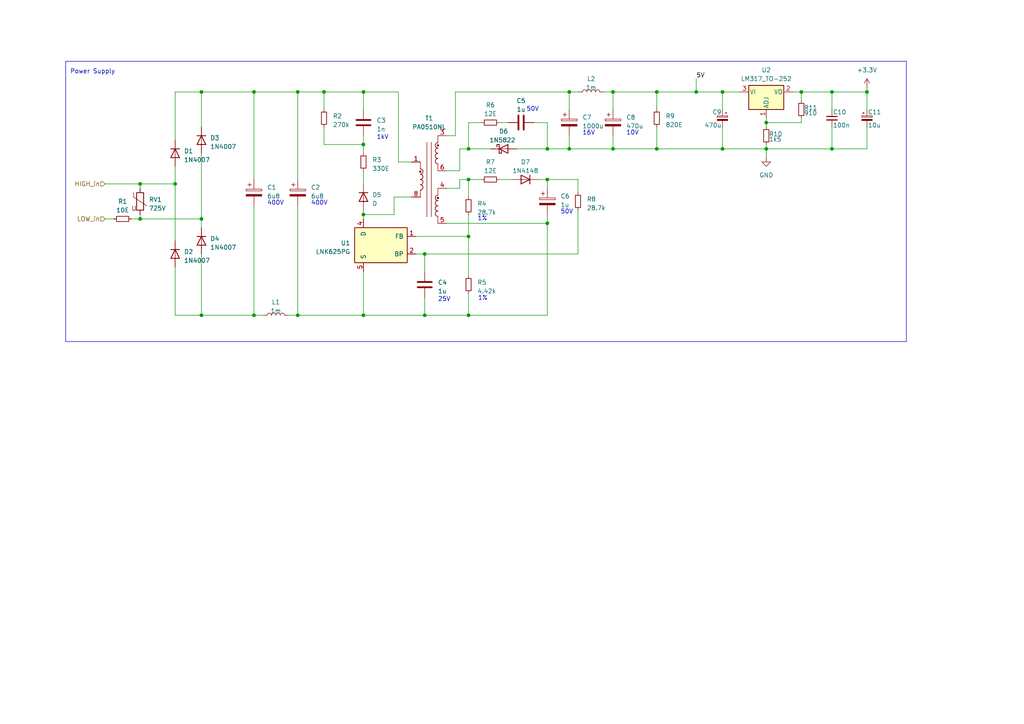
<source format=kicad_sch>
(kicad_sch (version 20230121) (generator eeschema)
  (paper "A4")
  (lib_symbols
    (symbol "Device:C" (pin_numbers hide) (pin_names (offset 0.254))
      (property "Reference" "C" (at 0.635 2.54 0))
      (property "Value" "C" (at 0.635 -2.54 0))
      (symbol "C_0_1"
        (polyline (pts (xy -2.032 -0.762) (xy 2.032 -0.762)) (stroke (width 0.508)))
        (polyline (pts (xy -2.032 0.762) (xy 2.032 0.762)) (stroke (width 0.508)))
      )
      (symbol "C_1_1"
        (pin passive line (at 0 3.81 270) (length 2.794) (name "~") (number "1"))
        (pin passive line (at 0 -3.81 90) (length 2.794) (name "~") (number "2"))
      )
    )
    (symbol "Device:C_Polarized" (pin_numbers hide) (pin_names (offset 0.254))
      (property "Reference" "C" (at 0.635 2.54 0))
      (property "Value" "C_Polarized" (at 0.635 -2.54 0))
      (symbol "C_Polarized_0_1"
        (rectangle (start -2.286 0.508) (end 2.286 1.016))
        (polyline (pts (xy -1.778 2.286) (xy -0.762 2.286)))
        (polyline (pts (xy -1.27 2.794) (xy -1.27 1.778)))
        (rectangle (start 2.286 -0.508) (end -2.286 -1.016) (fill (type outline)))
      )
      (symbol "C_Polarized_1_1"
        (pin passive line (at 0 3.81 270) (length 2.794) (name "~") (number "1"))
        (pin passive line (at 0 -3.81 90) (length 2.794) (name "~") (number "2"))
      )
    )
    (symbol "Device:D" (pin_numbers hide) (pin_names (offset 1.016) hide)
      (property "Reference" "D" (at 0 2.54 0))
      (property "Value" "D" (at 0 -2.54 0))
      (symbol "D_0_1"
        (polyline (pts (xy -1.27 1.27) (xy -1.27 -1.27)) (stroke (width 0.254)))
        (polyline (pts (xy 1.27 0) (xy -1.27 0)))
        (polyline (pts (xy 1.27 1.27) (xy 1.27 -1.27) (xy -1.27 0) (xy 1.27 1.27)) (stroke (width 0.254)))
      )
      (symbol "D_1_1"
        (pin passive line (at -3.81 0 0) (length 2.54) (name "K") (number "1"))
        (pin passive line (at 3.81 0 180) (length 2.54) (name "A") (number "2"))
      )
    )
    (symbol "Device:L" (pin_numbers hide) (pin_names (offset 1.016) hide)
      (property "Reference" "L" (at -1.27 0 90))
      (property "Value" "L" (at 1.905 0 90))
      (symbol "L_0_1"
        (arc (start 0 -2.54) (mid 0.6323 -1.905) (end 0 -1.27))
        (arc (start 0 -1.27) (mid 0.6323 -0.635) (end 0 0))
        (arc (start 0 0) (mid 0.6323 0.635) (end 0 1.27))
        (arc (start 0 1.27) (mid 0.6323 1.905) (end 0 2.54))
      )
      (symbol "L_1_1"
        (pin passive line (at 0 3.81 270) (length 1.27) (name "1") (number "1"))
        (pin passive line (at 0 -3.81 90) (length 1.27) (name "2") (number "2"))
      )
    )
    (symbol "Device:R_Small" (pin_numbers hide) (pin_names (offset 0.254) hide)
      (property "Reference" "R" (at 0.762 0.508 0))
      (property "Value" "R_Small" (at 0.762 -1.016 0))
      (symbol "R_Small_0_1"
        (rectangle (start -0.762 1.778) (end 0.762 -1.778) (stroke (width 0.2032)))
      )
      (symbol "R_Small_1_1"
        (pin passive line (at 0 2.54 270) (length 0.762) (name "~") (number "1"))
        (pin passive line (at 0 -2.54 90) (length 0.762) (name "~") (number "2"))
      )
    )
    (symbol "Device:Varistor" (pin_numbers hide) (pin_names (offset 0))
      (property "Reference" "RV" (at 3.175 0 90))
      (property "Value" "Varistor" (at -3.175 0 90))
      (symbol "Varistor_0_0"
        (text "U" (at -1.778 -2.032 0) (effects (font (size 1.27 1.27))))
      )
      (symbol "Varistor_0_1"
        (rectangle (start -1.016 -2.54) (end 1.016 2.54) (stroke (width 0.254)))
        (polyline (pts (xy -1.905 2.54) (xy -1.905 1.27) (xy 1.905 -1.27)))
      )
      (symbol "Varistor_1_1"
        (pin passive line (at 0 3.81 270) (length 1.27) (name "~") (number "1"))
        (pin passive line (at 0 -3.81 90) (length 1.27) (name "~") (number "2"))
      )
    )
    (symbol "Diode:1N4007" (pin_numbers hide) (pin_names hide)
      (property "Reference" "D" (at 0 2.54 0))
      (property "Value" "1N4007" (at 0 -2.54 0))
      (symbol "1N4007_0_1"
        (polyline (pts (xy -1.27 1.27) (xy -1.27 -1.27)) (stroke (width 0.254)))
        (polyline (pts (xy 1.27 0) (xy -1.27 0)))
        (polyline (pts (xy 1.27 1.27) (xy 1.27 -1.27) (xy -1.27 0) (xy 1.27 1.27)) (stroke (width 0.254)))
      )
      (symbol "1N4007_1_1"
        (pin passive line (at -3.81 0 0) (length 2.54) (name "K") (number "1"))
        (pin passive line (at 3.81 0 180) (length 2.54) (name "A") (number "2"))
      )
    )
    (symbol "Diode:1N4148" (pin_numbers hide) (pin_names hide)
      (property "Reference" "D" (at 0 2.54 0))
      (property "Value" "1N4148" (at 0 -2.54 0))
      (symbol "1N4148_0_1"
        (polyline (pts (xy -1.27 1.27) (xy -1.27 -1.27)) (stroke (width 0.254)))
        (polyline (pts (xy 1.27 0) (xy -1.27 0)))
        (polyline (pts (xy 1.27 1.27) (xy 1.27 -1.27) (xy -1.27 0) (xy 1.27 1.27)) (stroke (width 0.254)))
      )
      (symbol "1N4148_1_1"
        (pin passive line (at -3.81 0 0) (length 2.54) (name "K") (number "1"))
        (pin passive line (at 3.81 0 180) (length 2.54) (name "A") (number "2"))
      )
    )
    (symbol "Diode:1N5822" (pin_numbers hide) (pin_names (offset 1.016) hide)
      (property "Reference" "D" (at 0 2.54 0))
      (property "Value" "1N5822" (at 0 -2.54 0))
      (symbol "1N5822_0_1"
        (polyline (pts (xy 1.27 0) (xy -1.27 0)))
        (polyline (pts (xy 1.27 1.27) (xy 1.27 -1.27) (xy -1.27 0) (xy 1.27 1.27)) (stroke (width 0.254)))
        (polyline (pts (xy -1.905 0.635) (xy -1.905 1.27) (xy -1.27 1.27) (xy -1.27 -1.27) (xy -0.635 -1.27) (xy -0.635 -0.635)) (stroke (width 0.254)))
      )
      (symbol "1N5822_1_1"
        (pin passive line (at -3.81 0 0) (length 2.54) (name "K") (number "1"))
        (pin passive line (at 3.81 0 180) (length 2.54) (name "A") (number "2"))
      )
    )
    (symbol "Power-Analyzer-rescue:CP_Small" (pin_numbers hide) (pin_names (offset 0.254) hide)
      (property "Reference" "C" (at 0.254 1.778 0))
      (property "Value" "CP_Small" (at 0.254 -2.032 0))
      (symbol "CP_Small_0_1"
        (rectangle (start -1.524 -0.3048) (end 1.524 -0.6858) (fill (type outline)))
        (rectangle (start -1.524 0.6858) (end 1.524 0.3048))
        (polyline (pts (xy -1.27 1.524) (xy -0.762 1.524)))
        (polyline (pts (xy -1.016 1.27) (xy -1.016 1.778)))
      )
      (symbol "CP_Small_1_1"
        (pin passive line (at 0 2.54 270) (length 1.8542) (name "~") (number "1"))
        (pin passive line (at 0 -2.54 90) (length 1.8542) (name "~") (number "2"))
      )
    )
    (symbol "Power-Analyzer-rescue:C_Small" (pin_numbers hide) (pin_names (offset 0.254) hide)
      (property "Reference" "C" (at 0.254 1.778 0))
      (property "Value" "C_Small" (at 0.254 -2.032 0))
      (symbol "C_Small_0_1"
        (polyline (pts (xy -1.524 -0.508) (xy 1.524 -0.508)) (stroke (width 0.3302)))
        (polyline (pts (xy -1.524 0.508) (xy 1.524 0.508)) (stroke (width 0.3048)))
      )
      (symbol "C_Small_1_1"
        (pin passive line (at 0 2.54 270) (length 2.032) (name "~") (number "1"))
        (pin passive line (at 0 -2.54 90) (length 2.032) (name "~") (number "2"))
      )
    )
    (symbol "Power-Analyzer-rescue:R_Small" (pin_numbers hide) (pin_names (offset 0.254) hide)
      (property "Reference" "R" (at 0.762 0.508 0))
      (property "Value" "R_Small" (at 0.762 -1.016 0))
      (symbol "R_Small_0_1"
        (rectangle (start -0.762 1.778) (end 0.762 -1.778) (stroke (width 0.2032)))
      )
      (symbol "R_Small_1_1"
        (pin passive line (at 0 2.54 270) (length 0.762) (name "~") (number "1"))
        (pin passive line (at 0 -2.54 90) (length 0.762) (name "~") (number "2"))
      )
    )
    (symbol "Regulator_Linear:LM317_TO-252" (pin_names (offset 0.254))
      (property "Reference" "U" (at -3.81 3.175 0))
      (property "Value" "LM317_TO-252" (at 0 3.175 0))
      (symbol "LM317_TO-252_0_1"
        (rectangle (start -5.08 1.905) (end 5.08 -5.08) (stroke (width 0.254)) (fill (type background)))
      )
      (symbol "LM317_TO-252_1_1"
        (pin input line (at 0 -7.62 90) (length 2.54) (name "ADJ") (number "1"))
        (pin power_out line (at 7.62 0 180) (length 2.54) (name "VO") (number "2"))
        (pin power_in line (at -7.62 0 0) (length 2.54) (name "VI") (number "3"))
      )
    )
    (symbol "Regulator_Switching:LNK625PG" (pin_names (offset 1.016))
      (property "Reference" "U" (at 0 8.89 0))
      (property "Value" "LNK625PG" (at 0 6.35 0))
      (symbol "LNK625PG_0_1"
        (rectangle (start -7.62 5.08) (end 7.62 -5.08) (stroke (width 0.254)) (fill (type background)))
      )
      (symbol "LNK625PG_1_1"
        (pin input line (at 10.16 2.54 180) (length 2.54) (name "FB") (number "1"))
        (pin input line (at 10.16 -2.54 180) (length 2.54) (name "BP") (number "2"))
        (pin open_collector line (at -5.08 7.62 270) (length 2.54) (name "D") (number "4"))
        (pin power_in line (at -5.08 -7.62 90) (length 2.54) (name "S") (number "5"))
        (pin passive line (at -5.08 -7.62 90) (length 2.54) hide (name "S") (number "6"))
        (pin passive line (at -5.08 -7.62 90) (length 2.54) hide (name "S") (number "7"))
        (pin passive line (at -5.08 -7.62 90) (length 2.54) hide (name "S") (number "8"))
      )
    )
    (symbol "Transformer:PA0510NL" (pin_names hide)
      (property "Reference" "T" (at 0 13.97 0))
      (property "Value" "PA0510NL" (at 0 -13.97 0))
      (symbol "PA0510NL_0_1"
        (arc (start -2.54 -3.048) (mid -1.7813 -2.286) (end -2.54 -1.524) (stroke (width 0.2032)))
        (arc (start -2.54 -1.524) (mid -1.7813 -0.762) (end -2.54 0) (stroke (width 0.2032)))
        (arc (start -2.54 0) (mid -1.7813 0.762) (end -2.54 1.524) (stroke (width 0.2032)))
        (circle (center -2.54 2.286) (radius 0.254) (fill (type outline)))
        (polyline (pts (xy -2.54 -3.048) (xy -2.54 -5.08)))
        (polyline (pts (xy -2.54 5.08) (xy -2.54 3.048)))
        (polyline (pts (xy -0.635 10.795) (xy -0.635 -10.795)))
        (polyline (pts (xy 0.635 10.795) (xy 0.635 -10.795)))
        (polyline (pts (xy 2.54 -10.668) (xy 2.54 -12.7)))
        (polyline (pts (xy 2.54 -2.54) (xy 2.54 -4.572)))
        (polyline (pts (xy 2.54 4.572) (xy 2.54 2.54)))
        (polyline (pts (xy 2.54 12.7) (xy 2.54 10.668)))
        (arc (start 2.54 -9.144) (mid 1.7813 -9.906) (end 2.54 -10.668) (stroke (width 0.2032)))
        (arc (start 2.54 -7.62) (mid 1.7813 -8.382) (end 2.54 -9.144) (stroke (width 0.2032)))
        (arc (start 2.54 -6.096) (mid 1.7813 -6.858) (end 2.54 -7.62) (stroke (width 0.2032)))
        (circle (center 2.54 -5.334) (radius 0.254) (fill (type outline)))
        (arc (start 2.54 -4.572) (mid 1.7813 -5.334) (end 2.54 -6.096) (stroke (width 0.2032)))
        (arc (start 2.54 6.096) (mid 1.7813 5.334) (end 2.54 4.572) (stroke (width 0.2032)))
        (arc (start 2.54 7.62) (mid 1.7813 6.858) (end 2.54 6.096) (stroke (width 0.2032)))
        (arc (start 2.54 9.144) (mid 1.7813 8.382) (end 2.54 7.62) (stroke (width 0.2032)))
        (circle (center 2.54 9.906) (radius 0.254) (fill (type outline)))
        (arc (start 2.54 10.668) (mid 1.7813 9.906) (end 2.54 9.144) (stroke (width 0.2032)))
      )
      (symbol "PA0510NL_1_1"
        (arc (start -2.54 1.524) (mid -1.7813 2.286) (end -2.54 3.048) (stroke (width 0.2032)))
        (pin passive line (at -5.08 5.08 0) (length 2.54) (name "~") (number "1"))
        (pin passive line (at 5.08 12.7 180) (length 2.54) (name "~") (number "3"))
        (pin passive line (at 5.08 -2.54 180) (length 2.54) (name "~") (number "4"))
        (pin passive line (at 5.08 -12.7 180) (length 2.54) (name "~") (number "5"))
        (pin passive line (at 5.08 2.54 180) (length 2.54) (name "~") (number "6"))
        (pin passive line (at -5.08 -5.08 0) (length 2.54) (name "~") (number "8"))
      )
    )
    (symbol "power:+3.3V" (power) (pin_names (offset 0))
      (property "Value" "+3.3V" (at 0 3.556 0))
      (symbol "+3.3V_0_1"
        (polyline (pts (xy -0.762 1.27) (xy 0 2.54)))
        (polyline (pts (xy 0 0) (xy 0 2.54)))
        (polyline (pts (xy 0 2.54) (xy 0.762 1.27)))
      )
      (symbol "+3.3V_1_1"
        (pin power_in line (at 0 0 90) (length 0) hide (name "+3.3V") (number "1"))
      )
    )
    (symbol "power:GND" (power) (pin_names (offset 0))
      (property "Value" "GND" (at 0 -3.81 0))
      (symbol "GND_0_1"
        (polyline (pts (xy 0 0) (xy 0 -1.27) (xy 1.27 -1.27) (xy 0 -2.54) (xy -1.27 -1.27) (xy 0 -1.27)))
      )
      (symbol "GND_1_1"
        (pin power_in line (at 0 0 270) (length 0) hide (name "GND") (number "1"))
      )
    )
  )
  (junction (at 105.41 41.91))
  (junction (at 40.64 63.5))
  (junction (at 251.46 26.67))
  (junction (at 123.19 91.44))
  (junction (at 165.1 26.67))
  (junction (at 201.93 26.67))
  (junction (at 241.3 26.67))
  (junction (at 40.64 53.34))
  (junction (at 50.8 53.34))
  (junction (at 135.89 52.07))
  (junction (at 222.25 35.56))
  (junction (at 123.19 73.66))
  (junction (at 73.66 26.67))
  (junction (at 105.41 26.67))
  (junction (at 135.89 68.58))
  (junction (at 93.98 26.67))
  (junction (at 241.3 43.18))
  (junction (at 158.75 52.07))
  (junction (at 58.42 91.44))
  (junction (at 73.66 91.44))
  (junction (at 86.36 26.67))
  (junction (at 177.8 43.18))
  (junction (at 158.75 43.18))
  (junction (at 190.5 26.67))
  (junction (at 209.55 26.67))
  (junction (at 105.41 62.23))
  (junction (at 190.5 43.18))
  (junction (at 177.8 26.67))
  (junction (at 58.42 26.67))
  (junction (at 105.41 91.44))
  (junction (at 135.89 43.18))
  (junction (at 209.55 43.18))
  (junction (at 222.25 43.18))
  (junction (at 232.41 26.67))
  (junction (at 86.36 91.44))
  (junction (at 135.89 91.44))
  (junction (at 165.1 43.18))
  (junction (at 158.75 64.77))
  (junction (at 58.42 63.5))
  (wire (pts (xy 105.41 62.23) (xy 105.41 63.5)))
  (wire (pts (xy 232.41 26.67) (xy 241.3 26.67)))
  (wire (pts (xy 105.41 41.91) (xy 105.41 39.37)))
  (wire (pts (xy 58.42 44.45) (xy 58.42 63.5)))
  (wire (pts (xy 241.3 26.67) (xy 241.3 31.75)))
  (wire (pts (xy 209.55 26.67) (xy 214.63 26.67)))
  (wire (pts (xy 73.66 91.44) (xy 76.2 91.44)))
  (wire (pts (xy 167.64 73.66) (xy 123.19 73.66)))
  (wire (pts (xy 129.54 49.53) (xy 133.35 49.53)))
  (wire (pts (xy 129.54 39.37) (xy 132.08 39.37)))
  (wire (pts (xy 177.8 39.37) (xy 177.8 43.18)))
  (wire (pts (xy 105.41 41.91) (xy 105.41 44.45)))
  (wire (pts (xy 251.46 36.83) (xy 251.46 43.18)))
  (wire (pts (xy 165.1 43.18) (xy 158.75 43.18)))
  (wire (pts (xy 165.1 39.37) (xy 165.1 43.18)))
  (wire (pts (xy 167.64 60.96) (xy 167.64 73.66)))
  (wire (pts (xy 129.54 54.61) (xy 133.35 54.61)))
  (wire (pts (xy 123.19 78.74) (xy 123.19 73.66)))
  (wire (pts (xy 190.5 31.75) (xy 190.5 26.67)))
  (wire (pts (xy 158.75 91.44) (xy 158.75 64.77)))
  (wire (pts (xy 135.89 62.23) (xy 135.89 68.58)))
  (wire (pts (xy 139.7 52.07) (xy 135.89 52.07)))
  (polyline (pts (xy 165.1 17.78) (xy 262.89 17.78)))
  (polyline (pts (xy 19.05 99.06) (xy 19.05 62.23)))
  (wire (pts (xy 135.89 43.18) (xy 133.35 43.18)))
  (wire (pts (xy 115.57 26.67) (xy 105.41 26.67)))
  (wire (pts (xy 129.54 64.77) (xy 158.75 64.77)))
  (wire (pts (xy 50.8 91.44) (xy 58.42 91.44)))
  (wire (pts (xy 105.41 31.75) (xy 105.41 26.67)))
  (wire (pts (xy 133.35 43.18) (xy 133.35 49.53)))
  (wire (pts (xy 50.8 77.47) (xy 50.8 91.44)))
  (wire (pts (xy 251.46 25.4) (xy 251.46 26.67)))
  (wire (pts (xy 190.5 26.67) (xy 201.93 26.67)))
  (wire (pts (xy 114.3 57.15) (xy 114.3 62.23)))
  (wire (pts (xy 201.93 26.67) (xy 209.55 26.67)))
  (wire (pts (xy 40.64 63.5) (xy 58.42 63.5)))
  (wire (pts (xy 135.89 91.44) (xy 158.75 91.44)))
  (wire (pts (xy 241.3 26.67) (xy 251.46 26.67)))
  (wire (pts (xy 50.8 26.67) (xy 58.42 26.67)))
  (wire (pts (xy 222.25 35.56) (xy 222.25 36.83)))
  (wire (pts (xy 167.64 55.88) (xy 167.64 52.07)))
  (wire (pts (xy 158.75 35.56) (xy 154.94 35.56)))
  (wire (pts (xy 105.41 60.96) (xy 105.41 62.23)))
  (wire (pts (xy 201.93 22.86) (xy 201.93 26.67)))
  (wire (pts (xy 123.19 73.66) (xy 120.65 73.66)))
  (wire (pts (xy 119.38 46.99) (xy 115.57 46.99)))
  (wire (pts (xy 58.42 26.67) (xy 73.66 26.67)))
  (wire (pts (xy 177.8 43.18) (xy 165.1 43.18)))
  (wire (pts (xy 83.82 91.44) (xy 86.36 91.44)))
  (wire (pts (xy 93.98 41.91) (xy 105.41 41.91)))
  (polyline (pts (xy 262.89 99.06) (xy 19.05 99.06)))
  (wire (pts (xy 86.36 91.44) (xy 86.36 59.69)))
  (wire (pts (xy 135.89 68.58) (xy 120.65 68.58)))
  (wire (pts (xy 86.36 26.67) (xy 73.66 26.67)))
  (wire (pts (xy 135.89 68.58) (xy 135.89 80.01)))
  (wire (pts (xy 114.3 62.23) (xy 105.41 62.23)))
  (wire (pts (xy 93.98 31.75) (xy 93.98 26.67)))
  (wire (pts (xy 135.89 85.09) (xy 135.89 91.44)))
  (wire (pts (xy 58.42 66.04) (xy 58.42 63.5)))
  (wire (pts (xy 158.75 54.61) (xy 158.75 52.07)))
  (wire (pts (xy 209.55 43.18) (xy 222.25 43.18)))
  (wire (pts (xy 132.08 39.37) (xy 132.08 26.67)))
  (wire (pts (xy 50.8 48.26) (xy 50.8 53.34)))
  (wire (pts (xy 232.41 34.29) (xy 232.41 35.56)))
  (wire (pts (xy 123.19 86.36) (xy 123.19 91.44)))
  (wire (pts (xy 119.38 57.15) (xy 114.3 57.15)))
  (polyline (pts (xy 262.89 17.78) (xy 262.89 99.06)))
  (wire (pts (xy 123.19 91.44) (xy 105.41 91.44)))
  (wire (pts (xy 222.25 43.18) (xy 222.25 45.72)))
  (wire (pts (xy 222.25 43.18) (xy 241.3 43.18)))
  (wire (pts (xy 165.1 26.67) (xy 165.1 31.75)))
  (wire (pts (xy 40.64 53.34) (xy 50.8 53.34)))
  (wire (pts (xy 105.41 49.53) (xy 105.41 53.34)))
  (wire (pts (xy 105.41 91.44) (xy 86.36 91.44)))
  (wire (pts (xy 58.42 73.66) (xy 58.42 91.44)))
  (wire (pts (xy 209.55 26.67) (xy 209.55 31.75)))
  (wire (pts (xy 135.89 35.56) (xy 135.89 43.18)))
  (wire (pts (xy 105.41 78.74) (xy 105.41 91.44)))
  (wire (pts (xy 139.7 35.56) (xy 135.89 35.56)))
  (wire (pts (xy 93.98 36.83) (xy 93.98 41.91)))
  (wire (pts (xy 133.35 54.61) (xy 133.35 52.07)))
  (wire (pts (xy 93.98 26.67) (xy 86.36 26.67)))
  (wire (pts (xy 73.66 59.69) (xy 73.66 91.44)))
  (wire (pts (xy 222.25 34.29) (xy 222.25 35.56)))
  (wire (pts (xy 251.46 43.18) (xy 241.3 43.18)))
  (wire (pts (xy 190.5 36.83) (xy 190.5 43.18)))
  (wire (pts (xy 241.3 36.83) (xy 241.3 43.18)))
  (wire (pts (xy 177.8 31.75) (xy 177.8 26.67)))
  (wire (pts (xy 158.75 64.77) (xy 158.75 62.23)))
  (wire (pts (xy 40.64 53.34) (xy 40.64 54.61)))
  (wire (pts (xy 50.8 40.64) (xy 50.8 26.67)))
  (wire (pts (xy 144.78 35.56) (xy 147.32 35.56)))
  (wire (pts (xy 73.66 91.44) (xy 58.42 91.44)))
  (wire (pts (xy 135.89 52.07) (xy 135.89 57.15)))
  (polyline (pts (xy 19.05 17.78) (xy 19.05 62.23)))
  (wire (pts (xy 144.78 52.07) (xy 148.59 52.07)))
  (wire (pts (xy 158.75 52.07) (xy 156.21 52.07)))
  (wire (pts (xy 209.55 36.83) (xy 209.55 43.18)))
  (wire (pts (xy 232.41 26.67) (xy 232.41 29.21)))
  (wire (pts (xy 149.86 43.18) (xy 158.75 43.18)))
  (wire (pts (xy 40.64 62.23) (xy 40.64 63.5)))
  (wire (pts (xy 115.57 46.99) (xy 115.57 26.67)))
  (wire (pts (xy 73.66 26.67) (xy 73.66 52.07)))
  (wire (pts (xy 58.42 26.67) (xy 58.42 36.83)))
  (wire (pts (xy 142.24 43.18) (xy 135.89 43.18)))
  (wire (pts (xy 229.87 26.67) (xy 232.41 26.67)))
  (wire (pts (xy 38.1 63.5) (xy 40.64 63.5)))
  (wire (pts (xy 105.41 26.67) (xy 93.98 26.67)))
  (wire (pts (xy 135.89 91.44) (xy 123.19 91.44)))
  (polyline (pts (xy 19.05 17.78) (xy 165.1 17.78)))
  (wire (pts (xy 158.75 43.18) (xy 158.75 35.56)))
  (wire (pts (xy 132.08 26.67) (xy 165.1 26.67)))
  (wire (pts (xy 86.36 52.07) (xy 86.36 26.67)))
  (wire (pts (xy 251.46 31.75) (xy 251.46 26.67)))
  (wire (pts (xy 30.48 63.5) (xy 33.02 63.5)))
  (wire (pts (xy 177.8 43.18) (xy 190.5 43.18)))
  (wire (pts (xy 177.8 26.67) (xy 175.26 26.67)))
  (wire (pts (xy 133.35 52.07) (xy 135.89 52.07)))
  (wire (pts (xy 50.8 53.34) (xy 50.8 69.85)))
  (wire (pts (xy 190.5 43.18) (xy 209.55 43.18)))
  (wire (pts (xy 167.64 52.07) (xy 158.75 52.07)))
  (wire (pts (xy 222.25 41.91) (xy 222.25 43.18)))
  (wire (pts (xy 232.41 35.56) (xy 222.25 35.56)))
  (wire (pts (xy 165.1 26.67) (xy 167.64 26.67)))
  (wire (pts (xy 30.48 53.34) (xy 40.64 53.34)))
  (wire (pts (xy 190.5 26.67) (xy 177.8 26.67)))
  (text "50V" (at 162.56 62.23 0) (effects (font (size 1.27 1.27)) (justify left bottom)))
  (text "400V" (at 77.47 59.69 0) (effects (font (size 1.27 1.27)) (justify left bottom)))
  (text "1%" (at 138.5999 87.2816 0) (effects (font (size 1.27 1.27)) (justify left bottom)))
  (text "25V" (at 127 87.63 0) (effects (font (size 1.27 1.27)) (justify left bottom)))
  (text "400V" (at 90.17 59.69 0) (effects (font (size 1.27 1.27)) (justify left bottom)))
  (text "1%" (at 138.4771 64.209 0) (effects (font (size 1.27 1.27)) (justify left bottom)))
  (text "50V" (at 152.6521 32.4841 0) (effects (font (size 1.27 1.27)) (justify left bottom)))
  (text "Power Supply" (at 20.32 21.59 0) (effects (font (size 1.27 1.27)) (justify left bottom)))
  (text "16V" (at 168.91 39.37 0) (effects (font (size 1.27 1.27)) (justify left bottom)))
  (text "10V" (at 181.61 39.37 0) (effects (font (size 1.27 1.27)) (justify left bottom)))
  (text "1kV" (at 109.22 40.64 0) (effects (font (size 1.27 1.27)) (justify left bottom)))
  (label "5V" (at 201.93 22.86 0))
  (hierarchical_label "LOW_in" (shape input) (at 30.48 63.5 180))
  (hierarchical_label "HIGH_in" (shape input) (at 30.48 53.34 180))
  (symbol (lib_id "Power-Analyzer-rescue:CP_Small") (at 251.46 34.29 0) (unit 1)
    (property "Reference" "C11" (at 251.714 32.512 0) (effects (justify left)))
    (property "Value" "10u" (at 251.714 36.322 0) (effects (justify left)))
    (property "Footprint" "Capacitor_SMD:C_1206_3216Metric_Pad1.33x1.80mm_HandSolder" (effects hide))
  )
  (symbol (lib_id "Diode:1N5822") (at 146.05 43.18 0) (unit 1)
    (property "Reference" "D6" (at 146.05 38.1 0))
    (property "Value" "1N5822" (at 145.7325 40.64 0))
    (property "Footprint" "Diode_THT:D_DO-201AD_P15.24mm_Horizontal" (effects hide))
    (property "Datasheet" "http://www.vishay.com/docs/88526/1n5820.pdf" (effects hide))
  )
  (symbol (lib_id "Device:C_Polarized") (at 73.66 55.88 0) (unit 1)
    (property "Reference" "C1" (at 77.47 54.356 0) (effects (justify left)))
    (property "Value" "6u8" (at 77.47 56.896 0) (effects (justify left)))
    (property "Footprint" "Capacitor_THT:CP_Radial_D10.0mm_P5.00mm" (effects hide))
  )
  (symbol (lib_id "Device:R_Small") (at 35.56 63.5 90) (unit 1)
    (property "Reference" "R1" (at 35.56 58.42 90))
    (property "Value" "10E" (at 35.56 60.96 90))
    (property "Footprint" "Resistor_SMD:R_2816_7142Metric_Pad3.20x4.45mm_HandSolder" (effects hide))
  )
  (symbol (lib_id "Device:L") (at 80.01 91.44 90) (unit 1)
    (property "Reference" "L1" (at 80.01 87.63 90))
    (property "Value" "1m" (at 80.01 90.17 90))
    (property "Footprint" "Inductor_SMD:L_1812_4532Metric_Pad1.30x3.40mm_HandSolder" (effects hide))
  )
  (symbol (lib_id "Device:R_Small") (at 93.98 34.29 180) (unit 1)
    (property "Reference" "R2" (at 96.52 33.655 0) (effects (justify right)))
    (property "Value" "270k" (at 96.52 36.195 0) (effects (justify right)))
    (property "Footprint" "Resistor_SMD:R_1206_3216Metric_Pad1.30x1.75mm_HandSolder" (effects hide))
  )
  (symbol (lib_id "Device:C_Polarized") (at 158.75 58.42 0) (unit 1)
    (property "Reference" "C6" (at 162.56 56.896 0) (effects (justify left)))
    (property "Value" "1u" (at 162.56 59.436 0) (effects (justify left)))
    (property "Footprint" "Capacitor_SMD:C_1206_3216Metric_Pad1.33x1.80mm_HandSolder" (effects hide))
  )
  (symbol (lib_id "Device:L") (at 171.45 26.67 90) (unit 1)
    (property "Reference" "L2" (at 171.45 22.86 90))
    (property "Value" "1m" (at 171.45 25.4 90))
    (property "Footprint" "Inductor_SMD:L_1812_4532Metric_Pad1.30x3.40mm_HandSolder" (effects hide))
  )
  (symbol (lib_id "Power-Analyzer-rescue:R_Small") (at 232.41 31.75 0) (unit 1)
    (property "Reference" "R11" (at 233.172 31.242 0) (effects (justify left)))
    (property "Value" "910" (at 233.172 32.766 0) (effects (justify left)))
    (property "Footprint" "Resistor_SMD:R_1206_3216Metric_Pad1.30x1.75mm_HandSolder" (effects hide))
  )
  (symbol (lib_id "Device:D") (at 105.41 57.15 270) (unit 1)
    (property "Reference" "D5" (at 107.95 56.515 90) (effects (justify left)))
    (property "Value" "D" (at 107.95 59.055 90) (effects (justify left)))
    (property "Footprint" "Diode_THT:D_DO-201AD_P15.24mm_Horizontal" (effects hide))
    (property "Sim.Device" "D" (effects hide))
    (property "Sim.Pins" "1=K 2=A" (effects hide))
  )
  (symbol (lib_id "Power-Analyzer-rescue:R_Small") (at 222.25 39.37 0) (unit 1)
    (property "Reference" "R10" (at 223.012 38.862 0) (effects (justify left)))
    (property "Value" "1k5" (at 223.012 40.386 0) (effects (justify left)))
    (property "Footprint" "Resistor_SMD:R_1206_3216Metric_Pad1.30x1.75mm_HandSolder" (effects hide))
  )
  (symbol (lib_id "Diode:1N4148") (at 152.4 52.07 180) (unit 1)
    (property "Reference" "D7" (at 152.4 46.99 0))
    (property "Value" "1N4148" (at 152.4 49.53 0))
    (property "Footprint" "Diode_THT:D_DO-35_SOD27_P7.62mm_Horizontal" (effects hide))
    (property "Datasheet" "https://assets.nexperia.com/documents/data-sheet/1N4148_1N4448.pdf" (effects hide))
    (property "Sim.Device" "D" (effects hide))
    (property "Sim.Pins" "1=K 2=A" (effects hide))
  )
  (symbol (lib_id "Diode:1N4007") (at 50.8 73.66 270) (unit 1)
    (property "Reference" "D2" (at 53.34 73.025 90) (effects (justify left)))
    (property "Value" "1N4007" (at 53.34 75.565 90) (effects (justify left)))
    (property "Footprint" "Diode_THT:D_DO-41_SOD81_P10.16mm_Horizontal" (effects hide))
    (property "Datasheet" "http://www.vishay.com/docs/88503/1n4001.pdf" (effects hide))
    (property "Sim.Device" "D" (effects hide))
    (property "Sim.Pins" "1=K 2=A" (effects hide))
  )
  (symbol (lib_id "Device:R_Small") (at 105.41 46.99 180) (unit 1)
    (property "Reference" "R3" (at 107.95 46.355 0) (effects (justify right)))
    (property "Value" "330E" (at 107.95 48.895 0) (effects (justify right)))
    (property "Footprint" "Resistor_SMD:R_1206_3216Metric_Pad1.30x1.75mm_HandSolder" (effects hide))
  )
  (symbol (lib_id "Power-Analyzer-rescue:C_Small") (at 241.3 34.29 0) (unit 1)
    (property "Reference" "C10" (at 241.554 32.512 0) (effects (justify left)))
    (property "Value" "100n" (at 241.554 36.322 0) (effects (justify left)))
    (property "Footprint" "Capacitor_SMD:C_1206_3216Metric_Pad1.33x1.80mm_HandSolder" (effects hide))
  )
  (symbol (lib_id "power:GND") (at 222.25 45.72 0) (unit 1)
    (property "Reference" "#PWR01" (effects hide))
    (property "Value" "GND" (at 222.25 50.8 0))
  )
  (symbol (lib_id "Device:C_Polarized") (at 165.1 35.56 0) (unit 1)
    (property "Reference" "C7" (at 168.91 34.036 0) (effects (justify left)))
    (property "Value" "1000u" (at 168.91 36.576 0) (effects (justify left)))
    (property "Footprint" "Capacitor_THT:CP_Radial_D10.0mm_P5.00mm" (effects hide))
  )
  (symbol (lib_id "Diode:1N4007") (at 58.42 69.85 270) (unit 1)
    (property "Reference" "D4" (at 60.96 69.215 90) (effects (justify left)))
    (property "Value" "1N4007" (at 60.96 71.755 90) (effects (justify left)))
    (property "Footprint" "Diode_THT:D_DO-41_SOD81_P10.16mm_Horizontal" (effects hide))
    (property "Datasheet" "http://www.vishay.com/docs/88503/1n4001.pdf" (effects hide))
    (property "Sim.Device" "D" (effects hide))
    (property "Sim.Pins" "1=K 2=A" (effects hide))
  )
  (symbol (lib_id "Regulator_Linear:LM317_TO-252") (at 222.25 26.67 0) (unit 1)
    (property "Reference" "U2" (at 222.25 20.32 0))
    (property "Value" "LM317_TO-252" (at 222.25 22.86 0))
    (property "Footprint" "Package_TO_SOT_SMD:TO-252-2" (effects hide))
    (property "Datasheet" "http://www.ti.com/lit/ds/snvs774n/snvs774n.pdf" (effects hide))
  )
  (symbol (lib_id "Power-Analyzer-rescue:CP_Small") (at 209.55 34.29 0) (mirror y) (unit 1)
    (property "Reference" "C9" (at 209.296 32.512 0) (effects (justify left)))
    (property "Value" "470u" (at 209.296 36.322 0) (effects (justify left)))
    (property "Footprint" "Capacitor_THT:CP_Radial_D10.0mm_P5.00mm" (effects hide))
  )
  (symbol (lib_id "Device:R_Small") (at 167.64 58.42 180) (unit 1)
    (property "Reference" "R8" (at 170.18 57.785 0) (effects (justify right)))
    (property "Value" "28.7k" (at 170.18 60.325 0) (effects (justify right)))
    (property "Footprint" "Resistor_SMD:R_1206_3216Metric_Pad1.30x1.75mm_HandSolder" (effects hide))
  )
  (symbol (lib_id "Regulator_Switching:LNK625PG") (at 110.49 71.12 0) (unit 1)
    (property "Reference" "U1" (at 101.6 70.485 0) (effects (justify right)))
    (property "Value" "LNK625PG" (at 101.6 73.025 0) (effects (justify right)))
    (property "Footprint" "Package_DIP:PowerIntegrations_PDIP-8C" (effects hide))
    (property "Datasheet" "http://www.powerint.com/sites/default/files/product-docs/linkcv_family_datasheet.pdf" (effects hide))
  )
  (symbol (lib_id "Diode:1N4007") (at 58.42 40.64 270) (unit 1)
    (property "Reference" "D3" (at 60.96 40.005 90) (effects (justify left)))
    (property "Value" "1N4007" (at 60.96 42.545 90) (effects (justify left)))
    (property "Footprint" "Diode_THT:D_DO-41_SOD81_P10.16mm_Horizontal" (effects hide))
    (property "Datasheet" "http://www.vishay.com/docs/88503/1n4001.pdf" (effects hide))
    (property "Sim.Device" "D" (effects hide))
    (property "Sim.Pins" "1=K 2=A" (effects hide))
  )
  (symbol (lib_id "Device:R_Small") (at 142.24 52.07 270) (unit 1)
    (property "Reference" "R7" (at 142.24 46.99 90))
    (property "Value" "12E" (at 142.24 49.53 90))
    (property "Footprint" "Resistor_SMD:R_1206_3216Metric_Pad1.30x1.75mm_HandSolder" (effects hide))
  )
  (symbol (lib_id "Device:R_Small") (at 190.5 34.29 180) (unit 1)
    (property "Reference" "R9" (at 193.04 33.655 0) (effects (justify right)))
    (property "Value" "820E" (at 193.04 36.195 0) (effects (justify right)))
    (property "Footprint" "Resistor_SMD:R_1206_3216Metric_Pad1.30x1.75mm_HandSolder" (effects hide))
  )
  (symbol (lib_id "Device:C") (at 151.13 35.56 90) (unit 1)
    (property "Reference" "C5" (at 151.13 29.21 90))
    (property "Value" "1u" (at 151.13 31.75 90))
    (property "Footprint" "Capacitor_SMD:C_1206_3216Metric_Pad1.33x1.80mm_HandSolder" (effects hide))
  )
  (symbol (lib_id "Device:Varistor") (at 40.64 58.42 0) (unit 1)
    (property "Reference" "RV1" (at 43.18 57.8842 0) (effects (justify left)))
    (property "Value" "725V" (at 43.18 60.4242 0) (effects (justify left)))
    (property "Sim.Name" "kicad_builtin_varistor" (effects hide))
    (property "Sim.Device" "SUBCKT" (effects hide))
    (property "Sim.Pins" "1=A 2=B" (effects hide))
    (property "Sim.Params" "threshold=1k" (effects hide))
    (property "Sim.Library" "${KICAD7_SYMBOL_DIR}/Simulation_SPICE.sp" (effects hide))
  )
  (symbol (lib_id "Device:C") (at 105.41 35.56 0) (unit 1)
    (property "Reference" "C3" (at 109.22 34.925 0) (effects (justify left)))
    (property "Value" "1n" (at 109.22 37.465 0) (effects (justify left)))
    (property "Footprint" "Capacitor_THT:C_Disc_D11.0mm_W5.0mm_P7.50mm" (effects hide))
  )
  (symbol (lib_id "power:+3.3V") (at 251.46 25.4 0) (unit 1)
    (property "Reference" "#PWR02" (effects hide))
    (property "Value" "+3.3V" (at 251.46 20.32 0))
  )
  (symbol (lib_id "Device:R_Small") (at 142.24 35.56 270) (unit 1)
    (property "Reference" "R6" (at 142.24 30.48 90))
    (property "Value" "12E" (at 142.24 33.02 90))
    (property "Footprint" "Resistor_SMD:R_1206_3216Metric_Pad1.30x1.75mm_HandSolder" (effects hide))
  )
  (symbol (lib_id "Diode:1N4007") (at 50.8 44.45 270) (unit 1)
    (property "Reference" "D1" (at 53.34 43.815 90) (effects (justify left)))
    (property "Value" "1N4007" (at 53.34 46.355 90) (effects (justify left)))
    (property "Footprint" "Diode_THT:D_DO-41_SOD81_P10.16mm_Horizontal" (effects hide))
    (property "Datasheet" "http://www.vishay.com/docs/88503/1n4001.pdf" (effects hide))
    (property "Sim.Device" "D" (effects hide))
    (property "Sim.Pins" "1=K 2=A" (effects hide))
  )
  (symbol (lib_id "Device:C_Polarized") (at 86.36 55.88 0) (unit 1)
    (property "Reference" "C2" (at 90.17 54.356 0) (effects (justify left)))
    (property "Value" "6u8" (at 90.17 56.896 0) (effects (justify left)))
    (property "Footprint" "Capacitor_THT:CP_Radial_D10.0mm_P5.00mm" (effects hide))
  )
  (symbol (lib_id "Device:C") (at 123.19 82.55 0) (unit 1)
    (property "Reference" "C4" (at 127 81.915 0) (effects (justify left)))
    (property "Value" "1u" (at 127 84.455 0) (effects (justify left)))
    (property "Footprint" "Capacitor_SMD:C_1206_3216Metric_Pad1.33x1.80mm_HandSolder" (effects hide))
  )
  (symbol (lib_id "Transformer:PA0510NL") (at 124.46 52.07 0) (unit 1)
    (property "Reference" "T1" (at 124.46 34.29 0))
    (property "Value" "PA0510NL" (at 124.46 36.83 0))
    (property "Footprint" "Transformer_SMD:Pulse_PA2002NL-PA2008NL-PA2009NL" (effects hide))
    (property "Datasheet" "https://productfinder.pulseeng.com/products/datasheets/SPM2007_61.pdf" (effects hide))
  )
  (symbol (lib_id "Device:R_Small") (at 135.89 59.69 180) (unit 1)
    (property "Reference" "R4" (at 138.43 59.055 0) (effects (justify right)))
    (property "Value" "28.7k" (at 138.43 61.595 0) (effects (justify right)))
    (property "Footprint" "Resistor_SMD:R_1206_3216Metric_Pad1.30x1.75mm_HandSolder" (effects hide))
  )
  (symbol (lib_id "Device:C_Polarized") (at 177.8 35.56 0) (unit 1)
    (property "Reference" "C8" (at 181.61 34.036 0) (effects (justify left)))
    (property "Value" "470u" (at 181.61 36.576 0) (effects (justify left)))
    (property "Footprint" "Capacitor_THT:CP_Radial_D6.3mm_P2.50mm" (effects hide))
  )
  (symbol (lib_id "Device:R_Small") (at 135.89 82.55 180) (unit 1)
    (property "Reference" "R5" (at 138.43 81.915 0) (effects (justify right)))
    (property "Value" "4.42k" (at 138.43 84.455 0) (effects (justify right)))
    (property "Footprint" "Resistor_SMD:R_1206_3216Metric_Pad1.30x1.75mm_HandSolder" (effects hide))
  )
)
</source>
